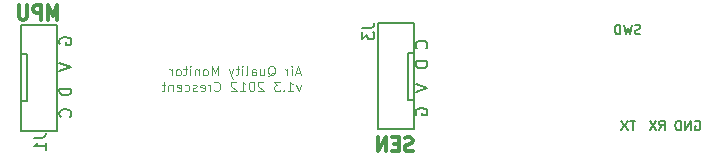
<source format=gbo>
G04 #@! TF.GenerationSoftware,KiCad,Pcbnew,(5.1.2)-1*
G04 #@! TF.CreationDate,2021-06-02T21:36:33+09:00*
G04 #@! TF.ProjectId,es,65732e6b-6963-4616-945f-706362585858,v1.3*
G04 #@! TF.SameCoordinates,Original*
G04 #@! TF.FileFunction,Legend,Bot*
G04 #@! TF.FilePolarity,Positive*
%FSLAX46Y46*%
G04 Gerber Fmt 4.6, Leading zero omitted, Abs format (unit mm)*
G04 Created by KiCad (PCBNEW (5.1.2)-1) date 2021-06-02 21:36:33*
%MOMM*%
%LPD*%
G04 APERTURE LIST*
%ADD10C,0.150000*%
%ADD11C,0.300000*%
%ADD12C,0.120000*%
%ADD13C,3.302000*%
%ADD14O,1.802000X1.802000*%
%ADD15R,1.802000X1.802000*%
%ADD16O,1.902000X1.626000*%
%ADD17O,1.352000X1.352000*%
%ADD18O,1.652000X1.652000*%
G04 APERTURE END LIST*
D10*
X193035714Y-82903809D02*
X192921428Y-82941904D01*
X192730952Y-82941904D01*
X192654761Y-82903809D01*
X192616666Y-82865714D01*
X192578571Y-82789523D01*
X192578571Y-82713333D01*
X192616666Y-82637142D01*
X192654761Y-82599047D01*
X192730952Y-82560952D01*
X192883333Y-82522857D01*
X192959523Y-82484761D01*
X192997619Y-82446666D01*
X193035714Y-82370476D01*
X193035714Y-82294285D01*
X192997619Y-82218095D01*
X192959523Y-82180000D01*
X192883333Y-82141904D01*
X192692857Y-82141904D01*
X192578571Y-82180000D01*
X192311904Y-82141904D02*
X192121428Y-82941904D01*
X191969047Y-82370476D01*
X191816666Y-82941904D01*
X191626190Y-82141904D01*
X191321428Y-82941904D02*
X191321428Y-82141904D01*
X191130952Y-82141904D01*
X191016666Y-82180000D01*
X190940476Y-82256190D01*
X190902380Y-82332380D01*
X190864285Y-82484761D01*
X190864285Y-82599047D01*
X190902380Y-82751428D01*
X190940476Y-82827619D01*
X191016666Y-82903809D01*
X191130952Y-82941904D01*
X191321428Y-82941904D01*
X197669523Y-90300000D02*
X197745714Y-90261904D01*
X197860000Y-90261904D01*
X197974285Y-90300000D01*
X198050476Y-90376190D01*
X198088571Y-90452380D01*
X198126666Y-90604761D01*
X198126666Y-90719047D01*
X198088571Y-90871428D01*
X198050476Y-90947619D01*
X197974285Y-91023809D01*
X197860000Y-91061904D01*
X197783809Y-91061904D01*
X197669523Y-91023809D01*
X197631428Y-90985714D01*
X197631428Y-90719047D01*
X197783809Y-90719047D01*
X197288571Y-91061904D02*
X197288571Y-90261904D01*
X196831428Y-91061904D01*
X196831428Y-90261904D01*
X196450476Y-91061904D02*
X196450476Y-90261904D01*
X196260000Y-90261904D01*
X196145714Y-90300000D01*
X196069523Y-90376190D01*
X196031428Y-90452380D01*
X195993333Y-90604761D01*
X195993333Y-90719047D01*
X196031428Y-90871428D01*
X196069523Y-90947619D01*
X196145714Y-91023809D01*
X196260000Y-91061904D01*
X196450476Y-91061904D01*
X194633333Y-91041904D02*
X194900000Y-90660952D01*
X195090476Y-91041904D02*
X195090476Y-90241904D01*
X194785714Y-90241904D01*
X194709523Y-90280000D01*
X194671428Y-90318095D01*
X194633333Y-90394285D01*
X194633333Y-90508571D01*
X194671428Y-90584761D01*
X194709523Y-90622857D01*
X194785714Y-90660952D01*
X195090476Y-90660952D01*
X194366666Y-90241904D02*
X193833333Y-91041904D01*
X193833333Y-90241904D02*
X194366666Y-91041904D01*
X192609523Y-90261904D02*
X192152380Y-90261904D01*
X192380952Y-91061904D02*
X192380952Y-90261904D01*
X191961904Y-90261904D02*
X191428571Y-91061904D01*
X191428571Y-90261904D02*
X191961904Y-91061904D01*
D11*
X143678571Y-81692857D02*
X143678571Y-80492857D01*
X143278571Y-81350000D01*
X142878571Y-80492857D01*
X142878571Y-81692857D01*
X142307142Y-81692857D02*
X142307142Y-80492857D01*
X141850000Y-80492857D01*
X141735714Y-80550000D01*
X141678571Y-80607142D01*
X141621428Y-80721428D01*
X141621428Y-80892857D01*
X141678571Y-81007142D01*
X141735714Y-81064285D01*
X141850000Y-81121428D01*
X142307142Y-81121428D01*
X141107142Y-80492857D02*
X141107142Y-81464285D01*
X141050000Y-81578571D01*
X140992857Y-81635714D01*
X140878571Y-81692857D01*
X140650000Y-81692857D01*
X140535714Y-81635714D01*
X140478571Y-81578571D01*
X140421428Y-81464285D01*
X140421428Y-80492857D01*
X173774285Y-92805714D02*
X173602857Y-92862857D01*
X173317142Y-92862857D01*
X173202857Y-92805714D01*
X173145714Y-92748571D01*
X173088571Y-92634285D01*
X173088571Y-92520000D01*
X173145714Y-92405714D01*
X173202857Y-92348571D01*
X173317142Y-92291428D01*
X173545714Y-92234285D01*
X173660000Y-92177142D01*
X173717142Y-92120000D01*
X173774285Y-92005714D01*
X173774285Y-91891428D01*
X173717142Y-91777142D01*
X173660000Y-91720000D01*
X173545714Y-91662857D01*
X173260000Y-91662857D01*
X173088571Y-91720000D01*
X172574285Y-92234285D02*
X172174285Y-92234285D01*
X172002857Y-92862857D02*
X172574285Y-92862857D01*
X172574285Y-91662857D01*
X172002857Y-91662857D01*
X171488571Y-92862857D02*
X171488571Y-91662857D01*
X170802857Y-92862857D01*
X170802857Y-91662857D01*
D12*
X164248571Y-86193333D02*
X163867619Y-86193333D01*
X164324761Y-86421904D02*
X164058095Y-85621904D01*
X163791428Y-86421904D01*
X163524761Y-86421904D02*
X163524761Y-85888571D01*
X163524761Y-85621904D02*
X163562857Y-85660000D01*
X163524761Y-85698095D01*
X163486666Y-85660000D01*
X163524761Y-85621904D01*
X163524761Y-85698095D01*
X163143809Y-86421904D02*
X163143809Y-85888571D01*
X163143809Y-86040952D02*
X163105714Y-85964761D01*
X163067619Y-85926666D01*
X162991428Y-85888571D01*
X162915238Y-85888571D01*
X161505714Y-86498095D02*
X161581904Y-86460000D01*
X161658095Y-86383809D01*
X161772380Y-86269523D01*
X161848571Y-86231428D01*
X161924761Y-86231428D01*
X161886666Y-86421904D02*
X161962857Y-86383809D01*
X162039047Y-86307619D01*
X162077142Y-86155238D01*
X162077142Y-85888571D01*
X162039047Y-85736190D01*
X161962857Y-85660000D01*
X161886666Y-85621904D01*
X161734285Y-85621904D01*
X161658095Y-85660000D01*
X161581904Y-85736190D01*
X161543809Y-85888571D01*
X161543809Y-86155238D01*
X161581904Y-86307619D01*
X161658095Y-86383809D01*
X161734285Y-86421904D01*
X161886666Y-86421904D01*
X160858095Y-85888571D02*
X160858095Y-86421904D01*
X161200952Y-85888571D02*
X161200952Y-86307619D01*
X161162857Y-86383809D01*
X161086666Y-86421904D01*
X160972380Y-86421904D01*
X160896190Y-86383809D01*
X160858095Y-86345714D01*
X160134285Y-86421904D02*
X160134285Y-86002857D01*
X160172380Y-85926666D01*
X160248571Y-85888571D01*
X160400952Y-85888571D01*
X160477142Y-85926666D01*
X160134285Y-86383809D02*
X160210476Y-86421904D01*
X160400952Y-86421904D01*
X160477142Y-86383809D01*
X160515238Y-86307619D01*
X160515238Y-86231428D01*
X160477142Y-86155238D01*
X160400952Y-86117142D01*
X160210476Y-86117142D01*
X160134285Y-86079047D01*
X159639047Y-86421904D02*
X159715238Y-86383809D01*
X159753333Y-86307619D01*
X159753333Y-85621904D01*
X159334285Y-86421904D02*
X159334285Y-85888571D01*
X159334285Y-85621904D02*
X159372380Y-85660000D01*
X159334285Y-85698095D01*
X159296190Y-85660000D01*
X159334285Y-85621904D01*
X159334285Y-85698095D01*
X159067619Y-85888571D02*
X158762857Y-85888571D01*
X158953333Y-85621904D02*
X158953333Y-86307619D01*
X158915238Y-86383809D01*
X158839047Y-86421904D01*
X158762857Y-86421904D01*
X158572380Y-85888571D02*
X158381904Y-86421904D01*
X158191428Y-85888571D02*
X158381904Y-86421904D01*
X158458095Y-86612380D01*
X158496190Y-86650476D01*
X158572380Y-86688571D01*
X157277142Y-86421904D02*
X157277142Y-85621904D01*
X157010476Y-86193333D01*
X156743809Y-85621904D01*
X156743809Y-86421904D01*
X156248571Y-86421904D02*
X156324761Y-86383809D01*
X156362857Y-86345714D01*
X156400952Y-86269523D01*
X156400952Y-86040952D01*
X156362857Y-85964761D01*
X156324761Y-85926666D01*
X156248571Y-85888571D01*
X156134285Y-85888571D01*
X156058095Y-85926666D01*
X156020000Y-85964761D01*
X155981904Y-86040952D01*
X155981904Y-86269523D01*
X156020000Y-86345714D01*
X156058095Y-86383809D01*
X156134285Y-86421904D01*
X156248571Y-86421904D01*
X155639047Y-85888571D02*
X155639047Y-86421904D01*
X155639047Y-85964761D02*
X155600952Y-85926666D01*
X155524761Y-85888571D01*
X155410476Y-85888571D01*
X155334285Y-85926666D01*
X155296190Y-86002857D01*
X155296190Y-86421904D01*
X154915238Y-86421904D02*
X154915238Y-85888571D01*
X154915238Y-85621904D02*
X154953333Y-85660000D01*
X154915238Y-85698095D01*
X154877142Y-85660000D01*
X154915238Y-85621904D01*
X154915238Y-85698095D01*
X154648571Y-85888571D02*
X154343809Y-85888571D01*
X154534285Y-85621904D02*
X154534285Y-86307619D01*
X154496190Y-86383809D01*
X154420000Y-86421904D01*
X154343809Y-86421904D01*
X153962857Y-86421904D02*
X154039047Y-86383809D01*
X154077142Y-86345714D01*
X154115238Y-86269523D01*
X154115238Y-86040952D01*
X154077142Y-85964761D01*
X154039047Y-85926666D01*
X153962857Y-85888571D01*
X153848571Y-85888571D01*
X153772380Y-85926666D01*
X153734285Y-85964761D01*
X153696190Y-86040952D01*
X153696190Y-86269523D01*
X153734285Y-86345714D01*
X153772380Y-86383809D01*
X153848571Y-86421904D01*
X153962857Y-86421904D01*
X153353333Y-86421904D02*
X153353333Y-85888571D01*
X153353333Y-86040952D02*
X153315238Y-85964761D01*
X153277142Y-85926666D01*
X153200952Y-85888571D01*
X153124761Y-85888571D01*
X164286666Y-87208571D02*
X164096190Y-87741904D01*
X163905714Y-87208571D01*
X163181904Y-87741904D02*
X163639047Y-87741904D01*
X163410476Y-87741904D02*
X163410476Y-86941904D01*
X163486666Y-87056190D01*
X163562857Y-87132380D01*
X163639047Y-87170476D01*
X162839047Y-87665714D02*
X162800952Y-87703809D01*
X162839047Y-87741904D01*
X162877142Y-87703809D01*
X162839047Y-87665714D01*
X162839047Y-87741904D01*
X162534285Y-86941904D02*
X162039047Y-86941904D01*
X162305714Y-87246666D01*
X162191428Y-87246666D01*
X162115238Y-87284761D01*
X162077142Y-87322857D01*
X162039047Y-87399047D01*
X162039047Y-87589523D01*
X162077142Y-87665714D01*
X162115238Y-87703809D01*
X162191428Y-87741904D01*
X162420000Y-87741904D01*
X162496190Y-87703809D01*
X162534285Y-87665714D01*
X161124761Y-87018095D02*
X161086666Y-86980000D01*
X161010476Y-86941904D01*
X160820000Y-86941904D01*
X160743809Y-86980000D01*
X160705714Y-87018095D01*
X160667619Y-87094285D01*
X160667619Y-87170476D01*
X160705714Y-87284761D01*
X161162857Y-87741904D01*
X160667619Y-87741904D01*
X160172380Y-86941904D02*
X160096190Y-86941904D01*
X160020000Y-86980000D01*
X159981904Y-87018095D01*
X159943809Y-87094285D01*
X159905714Y-87246666D01*
X159905714Y-87437142D01*
X159943809Y-87589523D01*
X159981904Y-87665714D01*
X160020000Y-87703809D01*
X160096190Y-87741904D01*
X160172380Y-87741904D01*
X160248571Y-87703809D01*
X160286666Y-87665714D01*
X160324761Y-87589523D01*
X160362857Y-87437142D01*
X160362857Y-87246666D01*
X160324761Y-87094285D01*
X160286666Y-87018095D01*
X160248571Y-86980000D01*
X160172380Y-86941904D01*
X159143809Y-87741904D02*
X159600952Y-87741904D01*
X159372380Y-87741904D02*
X159372380Y-86941904D01*
X159448571Y-87056190D01*
X159524761Y-87132380D01*
X159600952Y-87170476D01*
X158839047Y-87018095D02*
X158800952Y-86980000D01*
X158724761Y-86941904D01*
X158534285Y-86941904D01*
X158458095Y-86980000D01*
X158420000Y-87018095D01*
X158381904Y-87094285D01*
X158381904Y-87170476D01*
X158420000Y-87284761D01*
X158877142Y-87741904D01*
X158381904Y-87741904D01*
X156972380Y-87665714D02*
X157010476Y-87703809D01*
X157124761Y-87741904D01*
X157200952Y-87741904D01*
X157315238Y-87703809D01*
X157391428Y-87627619D01*
X157429523Y-87551428D01*
X157467619Y-87399047D01*
X157467619Y-87284761D01*
X157429523Y-87132380D01*
X157391428Y-87056190D01*
X157315238Y-86980000D01*
X157200952Y-86941904D01*
X157124761Y-86941904D01*
X157010476Y-86980000D01*
X156972380Y-87018095D01*
X156629523Y-87741904D02*
X156629523Y-87208571D01*
X156629523Y-87360952D02*
X156591428Y-87284761D01*
X156553333Y-87246666D01*
X156477142Y-87208571D01*
X156400952Y-87208571D01*
X155829523Y-87703809D02*
X155905714Y-87741904D01*
X156058095Y-87741904D01*
X156134285Y-87703809D01*
X156172380Y-87627619D01*
X156172380Y-87322857D01*
X156134285Y-87246666D01*
X156058095Y-87208571D01*
X155905714Y-87208571D01*
X155829523Y-87246666D01*
X155791428Y-87322857D01*
X155791428Y-87399047D01*
X156172380Y-87475238D01*
X155486666Y-87703809D02*
X155410476Y-87741904D01*
X155258095Y-87741904D01*
X155181904Y-87703809D01*
X155143809Y-87627619D01*
X155143809Y-87589523D01*
X155181904Y-87513333D01*
X155258095Y-87475238D01*
X155372380Y-87475238D01*
X155448571Y-87437142D01*
X155486666Y-87360952D01*
X155486666Y-87322857D01*
X155448571Y-87246666D01*
X155372380Y-87208571D01*
X155258095Y-87208571D01*
X155181904Y-87246666D01*
X154458095Y-87703809D02*
X154534285Y-87741904D01*
X154686666Y-87741904D01*
X154762857Y-87703809D01*
X154800952Y-87665714D01*
X154839047Y-87589523D01*
X154839047Y-87360952D01*
X154800952Y-87284761D01*
X154762857Y-87246666D01*
X154686666Y-87208571D01*
X154534285Y-87208571D01*
X154458095Y-87246666D01*
X153810476Y-87703809D02*
X153886666Y-87741904D01*
X154039047Y-87741904D01*
X154115238Y-87703809D01*
X154153333Y-87627619D01*
X154153333Y-87322857D01*
X154115238Y-87246666D01*
X154039047Y-87208571D01*
X153886666Y-87208571D01*
X153810476Y-87246666D01*
X153772380Y-87322857D01*
X153772380Y-87399047D01*
X154153333Y-87475238D01*
X153429523Y-87208571D02*
X153429523Y-87741904D01*
X153429523Y-87284761D02*
X153391428Y-87246666D01*
X153315238Y-87208571D01*
X153200952Y-87208571D01*
X153124761Y-87246666D01*
X153086666Y-87322857D01*
X153086666Y-87741904D01*
X152820000Y-87208571D02*
X152515238Y-87208571D01*
X152705714Y-86941904D02*
X152705714Y-87627619D01*
X152667619Y-87703809D01*
X152591428Y-87741904D01*
X152515238Y-87741904D01*
D10*
X173860000Y-91000000D02*
X173860000Y-86500000D01*
X170860000Y-91000000D02*
X173860000Y-91000000D01*
X170860000Y-82000000D02*
X170860000Y-91000000D01*
X173860000Y-82000000D02*
X170860000Y-82000000D01*
X173860000Y-86500000D02*
X173860000Y-82000000D01*
X173360000Y-84500000D02*
X173860000Y-84500000D01*
X173360000Y-88500000D02*
X173360000Y-84500000D01*
X173860000Y-88500000D02*
X173360000Y-88500000D01*
X140630000Y-82120000D02*
X140630000Y-86620000D01*
X143630000Y-82120000D02*
X140630000Y-82120000D01*
X143630000Y-91120000D02*
X143630000Y-82120000D01*
X140630000Y-91120000D02*
X143630000Y-91120000D01*
X140630000Y-86620000D02*
X140630000Y-91120000D01*
X141130000Y-88620000D02*
X140630000Y-88620000D01*
X141130000Y-84620000D02*
X141130000Y-88620000D01*
X140630000Y-84620000D02*
X141130000Y-84620000D01*
X169512380Y-82366666D02*
X170226666Y-82366666D01*
X170369523Y-82319047D01*
X170464761Y-82223809D01*
X170512380Y-82080952D01*
X170512380Y-81985714D01*
X169512380Y-82747619D02*
X169512380Y-83366666D01*
X169893333Y-83033333D01*
X169893333Y-83176190D01*
X169940952Y-83271428D01*
X169988571Y-83319047D01*
X170083809Y-83366666D01*
X170321904Y-83366666D01*
X170417142Y-83319047D01*
X170464761Y-83271428D01*
X170512380Y-83176190D01*
X170512380Y-82890476D01*
X170464761Y-82795238D01*
X170417142Y-82747619D01*
X174060000Y-89761904D02*
X174012380Y-89666666D01*
X174012380Y-89523809D01*
X174060000Y-89380952D01*
X174155238Y-89285714D01*
X174250476Y-89238095D01*
X174440952Y-89190476D01*
X174583809Y-89190476D01*
X174774285Y-89238095D01*
X174869523Y-89285714D01*
X174964761Y-89380952D01*
X175012380Y-89523809D01*
X175012380Y-89619047D01*
X174964761Y-89761904D01*
X174917142Y-89809523D01*
X174583809Y-89809523D01*
X174583809Y-89619047D01*
X174012380Y-87166666D02*
X175012380Y-87500000D01*
X174012380Y-87833333D01*
X175012380Y-85238095D02*
X174012380Y-85238095D01*
X174012380Y-85476190D01*
X174060000Y-85619047D01*
X174155238Y-85714285D01*
X174250476Y-85761904D01*
X174440952Y-85809523D01*
X174583809Y-85809523D01*
X174774285Y-85761904D01*
X174869523Y-85714285D01*
X174964761Y-85619047D01*
X175012380Y-85476190D01*
X175012380Y-85238095D01*
X174917142Y-84109523D02*
X174964761Y-84061904D01*
X175012380Y-83919047D01*
X175012380Y-83823809D01*
X174964761Y-83680952D01*
X174869523Y-83585714D01*
X174774285Y-83538095D01*
X174583809Y-83490476D01*
X174440952Y-83490476D01*
X174250476Y-83538095D01*
X174155238Y-83585714D01*
X174060000Y-83680952D01*
X174012380Y-83823809D01*
X174012380Y-83919047D01*
X174060000Y-84061904D01*
X174107619Y-84109523D01*
X141692380Y-91696666D02*
X142406666Y-91696666D01*
X142549523Y-91649047D01*
X142644761Y-91553809D01*
X142692380Y-91410952D01*
X142692380Y-91315714D01*
X142692380Y-92696666D02*
X142692380Y-92125238D01*
X142692380Y-92410952D02*
X141692380Y-92410952D01*
X141835238Y-92315714D01*
X141930476Y-92220476D01*
X141978095Y-92125238D01*
X143900000Y-83761904D02*
X143852380Y-83666666D01*
X143852380Y-83523809D01*
X143900000Y-83380952D01*
X143995238Y-83285714D01*
X144090476Y-83238095D01*
X144280952Y-83190476D01*
X144423809Y-83190476D01*
X144614285Y-83238095D01*
X144709523Y-83285714D01*
X144804761Y-83380952D01*
X144852380Y-83523809D01*
X144852380Y-83619047D01*
X144804761Y-83761904D01*
X144757142Y-83809523D01*
X144423809Y-83809523D01*
X144423809Y-83619047D01*
X143852380Y-85366666D02*
X144852380Y-85700000D01*
X143852380Y-86033333D01*
X144852380Y-87538095D02*
X143852380Y-87538095D01*
X143852380Y-87776190D01*
X143900000Y-87919047D01*
X143995238Y-88014285D01*
X144090476Y-88061904D01*
X144280952Y-88109523D01*
X144423809Y-88109523D01*
X144614285Y-88061904D01*
X144709523Y-88014285D01*
X144804761Y-87919047D01*
X144852380Y-87776190D01*
X144852380Y-87538095D01*
X144757142Y-89909523D02*
X144804761Y-89861904D01*
X144852380Y-89719047D01*
X144852380Y-89623809D01*
X144804761Y-89480952D01*
X144709523Y-89385714D01*
X144614285Y-89338095D01*
X144423809Y-89290476D01*
X144280952Y-89290476D01*
X144090476Y-89338095D01*
X143995238Y-89385714D01*
X143900000Y-89480952D01*
X143852380Y-89623809D01*
X143852380Y-89719047D01*
X143900000Y-89861904D01*
X143947619Y-89909523D01*
%LPC*%
D13*
X207000000Y-91000000D03*
X207000000Y-81900000D03*
X147000000Y-91000000D03*
X147000000Y-81900000D03*
D14*
X199520000Y-80400000D03*
X196980000Y-80400000D03*
X194440000Y-80400000D03*
D15*
X191900000Y-80400000D03*
D16*
X172360000Y-89500000D03*
X172360000Y-87500000D03*
X172360000Y-85500000D03*
X172360000Y-83500000D03*
D15*
X191960000Y-92500000D03*
D14*
X194500000Y-92500000D03*
X197040000Y-92500000D03*
D16*
X142130000Y-83620000D03*
X142130000Y-85620000D03*
X142130000Y-87620000D03*
X142130000Y-89620000D03*
D17*
X139030000Y-89000000D03*
X139030000Y-84000000D03*
D18*
X136330000Y-90000000D03*
X136330000Y-83000000D03*
D15*
X167400000Y-83060000D03*
D14*
X167400000Y-85600000D03*
X167400000Y-88140000D03*
X167400000Y-90680000D03*
M02*

</source>
